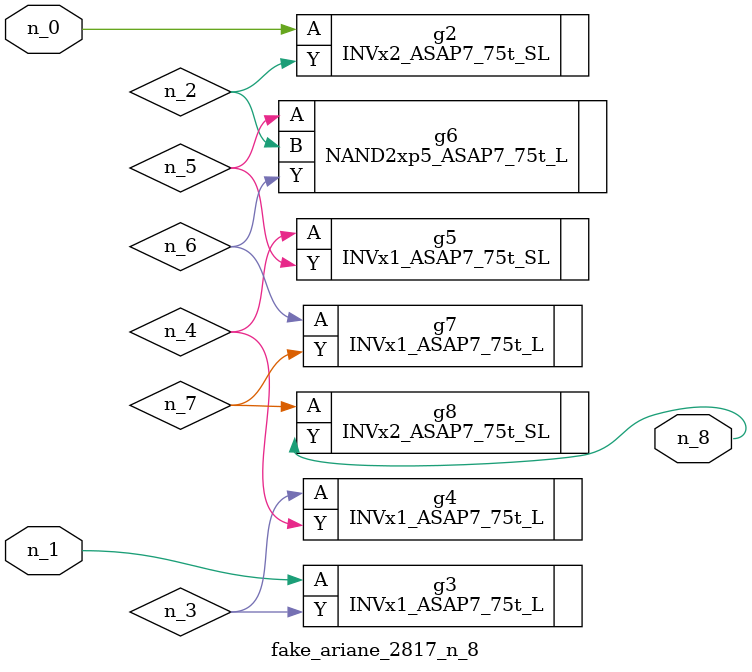
<source format=v>
module fake_ariane_2817_n_8 (n_1, n_0, n_8);

input n_1;
input n_0;

output n_8;

wire n_3;
wire n_2;
wire n_7;
wire n_5;
wire n_6;
wire n_4;

INVx2_ASAP7_75t_SL g2 ( 
.A(n_0),
.Y(n_2)
);

INVx1_ASAP7_75t_L g3 ( 
.A(n_1),
.Y(n_3)
);

INVx1_ASAP7_75t_L g4 ( 
.A(n_3),
.Y(n_4)
);

INVx1_ASAP7_75t_SL g5 ( 
.A(n_4),
.Y(n_5)
);

NAND2xp5_ASAP7_75t_L g6 ( 
.A(n_5),
.B(n_2),
.Y(n_6)
);

INVx1_ASAP7_75t_L g7 ( 
.A(n_6),
.Y(n_7)
);

INVx2_ASAP7_75t_SL g8 ( 
.A(n_7),
.Y(n_8)
);


endmodule
</source>
